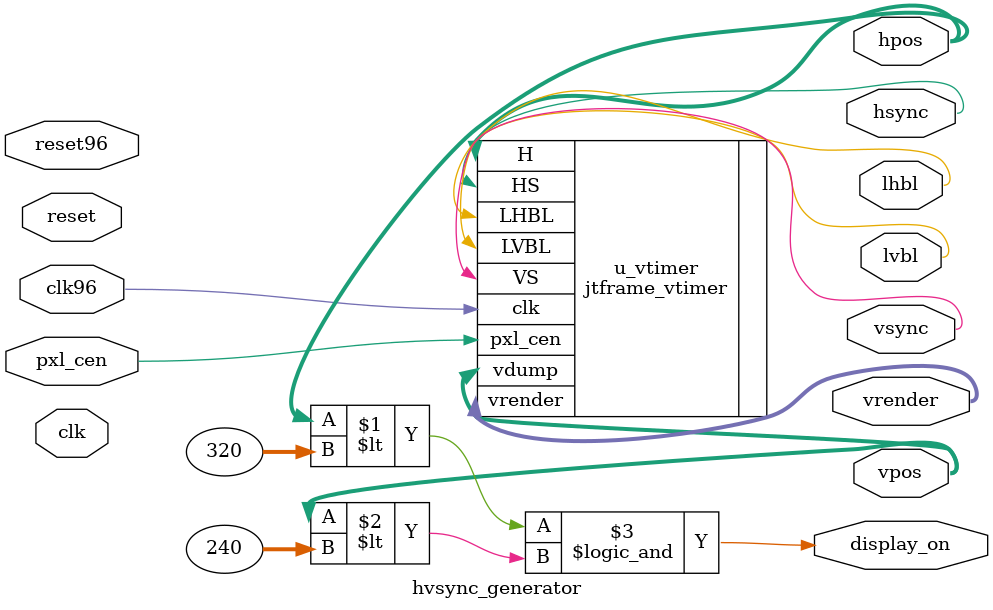
<source format=v>
/*
* <-- pr4m0d -->
* https://pram0d.com
* https://twitter.com/pr4m0d
* https://github.com/psomashekar
*
* Copyright (c) 2022 Pramod Somashekar
*
* This program is free software: you can redistribute it and/or modify
* it under the terms of the GNU General Public License as published by
* the Free Software Foundation, either version 3 of the License, or
* (at your option) any later version.
*
* This program is distributed in the hope that it will be useful,
* but WITHOUT ANY WARRANTY; without even the implied warranty of
* MERCHANTABILITY or FITNESS FOR A PARTICULAR PURPOSE.  See the
* GNU General Public License for more details.
*
* You should have received a copy of the GNU General Public License
* along with this program.  If not, see <https://www.gnu.org/licenses/>.
*/
/*
Video sync generator, used to drive a simulated CRT.
To use:
- Wire the hsync and vsync signals to top level outputs
- Add a 3-bit (or more) "rgb" output to the top level
*/

module hvsync_generator(clk, clk96, pxl_cen, reset, reset96, hsync, vsync, display_on, hpos, vpos, lhbl, lvbl, vrender);

  input clk;
  input clk96;
  input pxl_cen;
  input reset;
  input reset96;
  output hsync, vsync;
  output display_on;
  output [8:0] hpos;
  output [8:0] vpos;
  output lhbl, lvbl;
  output [8:0] vrender;


jtframe_vtimer #(
  .V_START(0),
  .VB_START(239),
  .VB_END(262),
  .VS_START(244),
  .VS_END(248),
  .HB_END(431),
  .HB_START(319),
  .HS_START(360),
  .HS_END(379)
) u_vtimer(
  .clk(clk96),
  .pxl_cen(pxl_cen),
  .LHBL(lhbl),
  .LVBL(lvbl),
  .HS(hsync),
  .VS(vsync),
  .H(hpos),
  .vdump(vpos),
  .vrender(vrender)
);

assign display_on = (hpos<320) && (vpos<240);

endmodule
</source>
